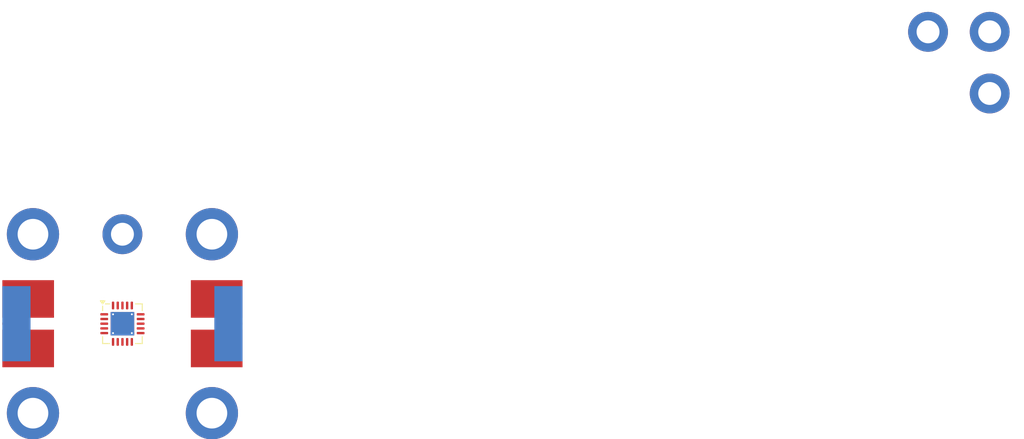
<source format=kicad_pcb>
(kicad_pcb (version 20240108) (generator "pcbnew") (generator_version "8.0")
  (layers (0 "F.Cu" signal) (31 "B.Cu" signal) (34 "B.Paste" user) (35 "F.Paste" user) (36 "B.SilkS" user "B.Silkscreen") (37 "F.SilkS" user "F.Silkscreen") (38 "B.Mask" user) (39 "F.Mask" user) (44 "Edge.Cuts" user))
  (net 0 "")
  (net 1 "GND")
  (net 2 "Net-(J1-In)")
  (net 3 "Net-(J2-In)")
  (footprint "_tim-RF:AMPHENOL_901-10513-3_EDGE_LAUNCH_Female" (layer "F.Cu") (at 152.485 63.5 90)
    (property "Reference" "J2" (hide yes))
    (property "Value" "901-10513-3" (hide yes))
    (pad "1" smd roundrect (at 0 -0.5 90) (size 0.35 1) (layers "F.Cu" "F.Paste" "F.Mask") (net 3 "Net-(J2-In)"))
    (pad "2" smd rect (at -2.635 -2.75 90) (size 4 5.5) (layers "F.Cu" "F.Paste" "F.Mask") (net 1 "GND"))
    (pad "2" smd rect (at 0 -1.5 90) (size 8 3) (layers "B.Cu" "B.Paste" "B.Mask") (net 1 "GND"))
    (pad "2" smd rect (at 2.635 -2.75 90) (size 4 5.5) (layers "F.Cu" "F.Paste" "F.Mask") (net 1 "GND"))
  )
  (footprint "_tim-Mounting-Holes:2-56_Hole_Pad" (layer "F.Cu") (at 225.4664 32.4264)
    (property "Reference" "H5" (hide yes))
    (property "Value" "4-40")
    (pad "1" thru_hole circle (at 0 0) (size 4.2418 4.2418) (drill 2.4384) (layers "*.Cu" "*.Mask") (net 1 "GND"))
  )
  (footprint "Package_DFN_QFN:QFN-20-1EP_4x4mm_P0.5mm_EP2.5x2.5mm_ThermalVias" (layer "F.Cu") (at 139.7 63.5)
    (property "Reference" "U1" (hide yes))
    (property "Value" "QPA1022" (hide yes))
    (fp_line (start -2.11 -1.385) (end -2.11 -1.87) (stroke (width 0.12)) (layer "F.SilkS"))
    (fp_line (start -2.11 2.11) (end -2.11 1.385) (stroke (width 0.12)) (layer "F.SilkS"))
    (fp_line (start -1.385 -2.11) (end -1.81 -2.11) (stroke (width 0.12)) (layer "F.SilkS"))
    (fp_line (start -1.385 2.11) (end -2.11 2.11) (stroke (width 0.12)) (layer "F.SilkS"))
    (fp_line (start 1.385 -2.11) (end 2.11 -2.11) (stroke (width 0.12)) (layer "F.SilkS"))
    (fp_line (start 1.385 2.11) (end 2.11 2.11) (stroke (width 0.12)) (layer "F.SilkS"))
    (fp_line (start 2.11 -2.11) (end 2.11 -1.385) (stroke (width 0.12)) (layer "F.SilkS"))
    (fp_line (start 2.11 2.11) (end 2.11 1.385) (stroke (width 0.12)) (layer "F.SilkS"))
    (fp_poly (pts (xy -2.11 -2.11) (xy -2.35 -2.44) (xy -1.87 -2.44) (xy -2.11 -2.11)) (stroke (width 0.12)) (fill solid) (layer "F.SilkS"))
    (pad "1" smd roundrect (at -1.9375 -1) (size 0.825 0.25) (layers "F.Cu" "F.Paste" "F.Mask") (net 1 "GND"))
    (pad "2" smd roundrect (at -1.9375 -0.5) (size 0.825 0.25) (layers "F.Cu" "F.Paste" "F.Mask") (net 1 "GND"))
    (pad "3" smd roundrect (at -1.9375 0) (size 0.825 0.25) (layers "F.Cu" "F.Paste" "F.Mask") (net 2 "Net-(J1-In)"))
    (pad "4" smd roundrect (at -1.9375 0.5) (size 0.825 0.25) (layers "F.Cu" "F.Paste" "F.Mask") (net 1 "GND"))
    (pad "5" smd roundrect (at -1.9375 1) (size 0.825 0.25) (layers "F.Cu" "F.Paste" "F.Mask") (net 1 "GND"))
    (pad "6" smd roundrect (at -1 1.9375) (size 0.25 0.825) (layers "F.Cu" "F.Paste" "F.Mask") (net 1 "GND"))
    (pad "7" smd roundrect (at -0.5 1.9375) (size 0.25 0.825) (layers "F.Cu" "F.Paste" "F.Mask") (net 1 "GND"))
    (pad "8" smd roundrect (at 0 1.9375) (size 0.25 0.825) (layers "F.Cu" "F.Paste" "F.Mask") (net 1 "GND"))
    (pad "9" smd roundrect (at 0.5 1.9375) (size 0.25 0.825) (layers "F.Cu" "F.Paste" "F.Mask") (net 1 "GND"))
    (pad "10" smd roundrect (at 1 1.9375) (size 0.25 0.825) (layers "F.Cu" "F.Paste" "F.Mask") (net 1 "GND"))
    (pad "11" smd roundrect (at 1.9375 1) (size 0.825 0.25) (layers "F.Cu" "F.Paste" "F.Mask") (net 1 "GND"))
    (pad "12" smd roundrect (at 1.9375 0.5) (size 0.825 0.25) (layers "F.Cu" "F.Paste" "F.Mask") (net 1 "GND"))
    (pad "13" smd roundrect (at 1.9375 0) (size 0.825 0.25) (layers "F.Cu" "F.Paste" "F.Mask") (net 3 "Net-(J2-In)"))
    (pad "14" smd roundrect (at 1.9375 -0.5) (size 0.825 0.25) (layers "F.Cu" "F.Paste" "F.Mask") (net 1 "GND"))
    (pad "15" smd roundrect (at 1.9375 -1) (size 0.825 0.25) (layers "F.Cu" "F.Paste" "F.Mask") (net 1 "GND"))
    (pad "16" smd roundrect (at 1 -1.9375) (size 0.25 0.825) (layers "F.Cu" "F.Paste" "F.Mask"))
    (pad "17" smd roundrect (at 0.5 -1.9375) (size 0.25 0.825) (layers "F.Cu" "F.Paste" "F.Mask"))
    (pad "18" smd roundrect (at 0 -1.9375) (size 0.25 0.825) (layers "F.Cu" "F.Paste" "F.Mask") (net 1 "GND"))
    (pad "19" smd roundrect (at -0.5 -1.9375) (size 0.25 0.825) (layers "F.Cu" "F.Paste" "F.Mask"))
    (pad "20" smd roundrect (at -1 -1.9375) (size 0.25 0.825) (layers "F.Cu" "F.Paste" "F.Mask") (net 1 "GND"))
    (pad "21" thru_hole circle (at -1 -1) (size 0.5 0.5) (drill 0.2) (property pad_prop_heatsink) (layers "*.Cu") (net 1 "GND"))
    (pad "21" thru_hole circle (at -1 1) (size 0.5 0.5) (drill 0.2) (property pad_prop_heatsink) (layers "*.Cu") (net 1 "GND"))
    (pad "21" smd rect (at 0 0) (size 2.5 2.5) (property pad_prop_heatsink) (layers "F.Cu" "F.Mask") (net 1 "GND"))
    (pad "21" smd rect (at 0 0) (size 2.5 2.5) (property pad_prop_heatsink) (layers "B.Cu") (net 1 "GND"))
    (pad "21" thru_hole circle (at 1 -1) (size 0.5 0.5) (drill 0.2) (property pad_prop_heatsink) (layers "*.Cu") (net 1 "GND"))
    (pad "21" thru_hole circle (at 1 1) (size 0.5 0.5) (drill 0.2) (property pad_prop_heatsink) (layers "*.Cu") (net 1 "GND"))
  )
  (footprint "_tim-RF:AMPHENOL_901-10513-3_EDGE_LAUNCH_Female" (layer "F.Cu") (at 126.915 63.5 -90)
    (property "Reference" "J1" (hide yes))
    (property "Value" "901-10513-3" (hide yes))
    (pad "1" smd roundrect (at 0 -0.5 270) (size 0.35 1) (layers "F.Cu" "F.Paste" "F.Mask") (net 2 "Net-(J1-In)"))
    (pad "2" smd rect (at -2.635 -2.75 270) (size 4 5.5) (layers "F.Cu" "F.Paste" "F.Mask") (net 1 "GND"))
    (pad "2" smd rect (at 0 -1.5 270) (size 8 3) (layers "B.Cu" "B.Paste" "B.Mask") (net 1 "GND"))
    (pad "2" smd rect (at 2.635 -2.75 270) (size 4 5.5) (layers "F.Cu" "F.Paste" "F.Mask") (net 1 "GND"))
  )
  (footprint "_tim-Mounting-Holes:2-56_Hole_Pad" (layer "F.Cu") (at 232.029 32.4264)
    (property "Reference" "H7" (hide yes))
    (property "Value" "4-40")
    (pad "1" thru_hole circle (at 0 0) (size 4.2418 4.2418) (drill 2.4384) (layers "*.Cu" "*.Mask") (net 1 "GND"))
  )
  (footprint "_tim-Mounting-Holes:4-40_Hole_Pad" (layer "F.Cu") (at 149.225 53.975)
    (property "Reference" "H2" (hide yes))
    (property "Value" "4-40" (hide yes))
    (pad "1" thru_hole circle (at 0 0) (size 5.5626 5.5626) (drill 3.2639) (layers "*.Cu" "*.Mask") (net 1 "GND"))
  )
  (footprint "_tim-Mounting-Holes:2-56_Hole_Pad" (layer "F.Cu") (at 139.7 53.975)
    (property "Reference" "H6" (hide yes))
    (property "Value" "4-40")
    (pad "1" thru_hole circle (at 0 0) (size 4.2418 4.2418) (drill 2.4384) (layers "*.Cu" "*.Mask") (net 1 "GND"))
  )
  (footprint "_tim-Mounting-Holes:4-40_Hole_Pad" (layer "F.Cu") (at 130.175 73.025)
    (property "Reference" "H3" (hide yes))
    (property "Value" "4-40" (hide yes))
    (pad "1" thru_hole circle (at 0 0) (size 5.5626 5.5626) (drill 3.2639) (layers "*.Cu" "*.Mask") (net 1 "GND"))
  )
  (footprint "_tim-Mounting-Holes:2-56_Hole_Pad" (layer "F.Cu") (at 232.029 38.989)
    (property "Reference" "H8" (hide yes))
    (property "Value" "4-40")
    (pad "1" thru_hole circle (at 0 0) (size 4.2418 4.2418) (drill 2.4384) (layers "*.Cu" "*.Mask") (net 1 "GND"))
  )
  (footprint "_tim-Mounting-Holes:4-40_Hole_Pad" (layer "F.Cu") (at 149.225 73.025)
    (property "Reference" "H4" (hide yes))
    (property "Value" "4-40" (hide yes))
    (pad "1" thru_hole circle (at 0 0) (size 5.5626 5.5626) (drill 3.2639) (layers "*.Cu" "*.Mask") (net 1 "GND"))
  )
  (footprint "_tim-Mounting-Holes:4-40_Hole_Pad" (layer "F.Cu") (at 130.175 53.975)
    (property "Reference" "H1" (hide yes))
    (property "Value" "4-40" (hide yes))
    (pad "1" thru_hole circle (at 0 0) (size 5.5626 5.5626) (drill 3.2639) (layers "*.Cu" "*.Mask") (net 1 "GND"))
  )
)
</source>
